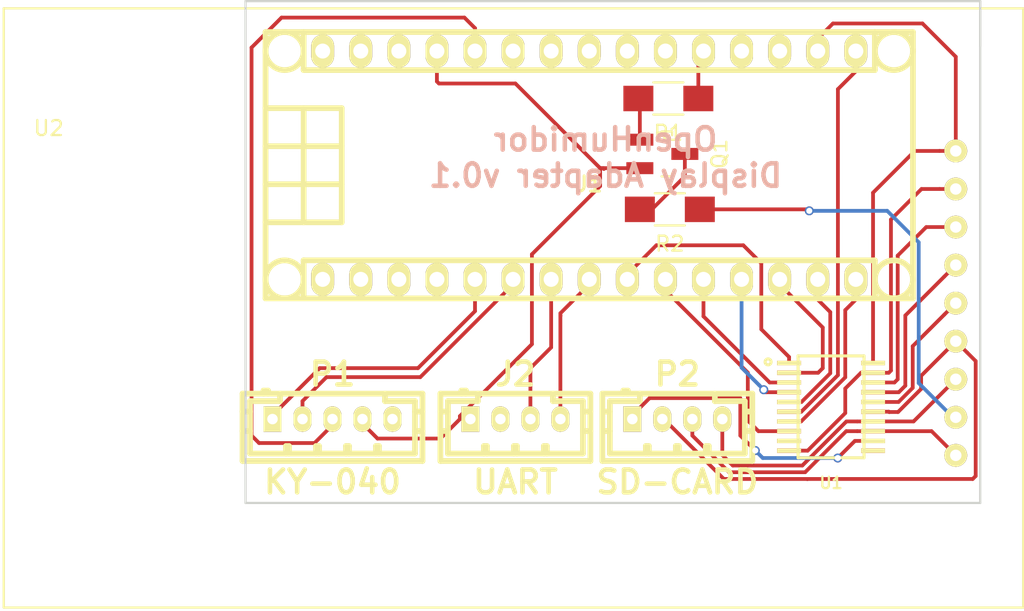
<source format=kicad_pcb>
(kicad_pcb (version 4) (host pcbnew 0.201603171416+6624~43~ubuntu14.04.1-product)

  (general
    (links 38)
    (no_connects 5)
    (area 114.4215 60.344999 183.146501 101.3515)
    (thickness 1.6)
    (drawings 6)
    (tracks 184)
    (zones 0)
    (modules 9)
    (nets 42)
  )

  (page A4)
  (layers
    (0 F.Cu signal)
    (31 B.Cu signal)
    (32 B.Adhes user)
    (33 F.Adhes user)
    (34 B.Paste user)
    (35 F.Paste user)
    (36 B.SilkS user)
    (37 F.SilkS user)
    (38 B.Mask user)
    (39 F.Mask user)
    (40 Dwgs.User user)
    (41 Cmts.User user)
    (42 Eco1.User user)
    (43 Eco2.User user)
    (44 Edge.Cuts user)
    (45 Margin user)
    (46 B.CrtYd user)
    (47 F.CrtYd user)
    (48 B.Fab user)
    (49 F.Fab user)
  )

  (setup
    (last_trace_width 0.25)
    (trace_clearance 0.2)
    (zone_clearance 0.508)
    (zone_45_only yes)
    (trace_min 0.2)
    (segment_width 0.2)
    (edge_width 0.15)
    (via_size 0.6)
    (via_drill 0.4)
    (via_min_size 0.4)
    (via_min_drill 0.3)
    (uvia_size 0.3)
    (uvia_drill 0.1)
    (uvias_allowed no)
    (uvia_min_size 0.2)
    (uvia_min_drill 0.1)
    (pcb_text_width 0.3)
    (pcb_text_size 1.5 1.5)
    (mod_edge_width 0.15)
    (mod_text_size 1 1)
    (mod_text_width 0.15)
    (pad_size 1.524 1.524)
    (pad_drill 0.762)
    (pad_to_mask_clearance 0.2)
    (aux_axis_origin 0 0)
    (grid_origin 115 100.92)
    (visible_elements FFFFFF7F)
    (pcbplotparams
      (layerselection 0x010f0_ffffffff)
      (usegerberextensions true)
      (excludeedgelayer true)
      (linewidth 0.100000)
      (plotframeref false)
      (viasonmask false)
      (mode 1)
      (useauxorigin false)
      (hpglpennumber 1)
      (hpglpenspeed 20)
      (hpglpendiameter 15)
      (psnegative false)
      (psa4output false)
      (plotreference true)
      (plotvalue true)
      (plotinvisibletext false)
      (padsonsilk false)
      (subtractmaskfromsilk false)
      (outputformat 1)
      (mirror false)
      (drillshape 0)
      (scaleselection 1)
      (outputdirectory gerber/))
  )

  (net 0 "")
  (net 1 "Net-(J1-Pad1)")
  (net 2 "Net-(J1-Pad2)")
  (net 3 "Net-(J1-Pad3)")
  (net 4 GND)
  (net 5 CLK)
  (net 6 DT)
  (net 7 UART_TX)
  (net 8 UART_RX)
  (net 9 T/R)
  (net 10 RESET_5)
  (net 11 DC_5)
  (net 12 MOSI_5)
  (net 13 MISO_5)
  (net 14 SCK_5)
  (net 15 +3V3)
  (net 16 "Net-(J1-Pad18)")
  (net 17 BUTTON)
  (net 18 "Net-(J1-Pad21)")
  (net 19 "Net-(J1-Pad22)")
  (net 20 "Net-(J1-Pad23)")
  (net 21 "Net-(J1-Pad24)")
  (net 22 "Net-(J1-Pad25)")
  (net 23 VCC)
  (net 24 "Net-(J1-Pad28)")
  (net 25 "Net-(J1-Pad30)")
  (net 26 MISO)
  (net 27 MOSI)
  (net 28 SCK)
  (net 29 DC)
  (net 30 RESET)
  (net 31 "Net-(U1-Pad9)")
  (net 32 "Net-(U1-Pad11)")
  (net 33 LED)
  (net 34 CS_SD_5)
  (net 35 CS_DIS_5)
  (net 36 LED_SW)
  (net 37 CS_SD)
  (net 38 "Net-(Q1-Pad2)")
  (net 39 "Net-(Q1-Pad3)")
  (net 40 CS_DIS)
  (net 41 "Net-(J1-Pad19)")

  (net_class Default "This is the default net class."
    (clearance 0.2)
    (trace_width 0.25)
    (via_dia 0.6)
    (via_drill 0.4)
    (uvia_dia 0.3)
    (uvia_drill 0.1)
    (add_net +3V3)
    (add_net BUTTON)
    (add_net CLK)
    (add_net CS_DIS)
    (add_net CS_DIS_5)
    (add_net CS_SD)
    (add_net CS_SD_5)
    (add_net DC)
    (add_net DC_5)
    (add_net DT)
    (add_net GND)
    (add_net LED)
    (add_net LED_SW)
    (add_net MISO)
    (add_net MISO_5)
    (add_net MOSI)
    (add_net MOSI_5)
    (add_net "Net-(J1-Pad1)")
    (add_net "Net-(J1-Pad18)")
    (add_net "Net-(J1-Pad19)")
    (add_net "Net-(J1-Pad2)")
    (add_net "Net-(J1-Pad21)")
    (add_net "Net-(J1-Pad22)")
    (add_net "Net-(J1-Pad23)")
    (add_net "Net-(J1-Pad24)")
    (add_net "Net-(J1-Pad25)")
    (add_net "Net-(J1-Pad28)")
    (add_net "Net-(J1-Pad3)")
    (add_net "Net-(J1-Pad30)")
    (add_net "Net-(Q1-Pad2)")
    (add_net "Net-(Q1-Pad3)")
    (add_net "Net-(U1-Pad11)")
    (add_net "Net-(U1-Pad9)")
    (add_net RESET)
    (add_net RESET_5)
    (add_net SCK)
    (add_net SCK_5)
    (add_net T/R)
    (add_net UART_RX)
    (add_net UART_TX)
    (add_net VCC)
  )

  (module w_conn_jst-ph:b4b-ph-kl (layer F.Cu) (tedit 50957E19) (tstamp 56D540F2)
    (at 159.8 88.32)
    (descr "JST PH series connector, B4B-PH-KL")
    (path /56CFFF64)
    (fp_text reference P2 (at 0 -2.99974) (layer F.SilkS)
      (effects (font (thickness 0.3048)))
    )
    (fp_text value SD-CARD (at 0 4.20116) (layer F.SilkS)
      (effects (font (thickness 0.3048)))
    )
    (fp_line (start 0.09906 1.80086) (end 0.09906 2.30124) (layer F.SilkS) (width 0.381))
    (fp_line (start -0.09906 1.80086) (end 0.09906 1.80086) (layer F.SilkS) (width 0.381))
    (fp_line (start -0.09906 2.30124) (end -0.09906 1.80086) (layer F.SilkS) (width 0.381))
    (fp_line (start -5.00126 2.79908) (end 5.00126 2.79908) (layer F.SilkS) (width 0.381))
    (fp_line (start 4.50088 2.30124) (end -4.50088 2.30124) (layer F.SilkS) (width 0.381))
    (fp_line (start -5.00126 -1.69926) (end 5.00126 -1.69926) (layer F.SilkS) (width 0.381))
    (fp_line (start -1.90246 1.80086) (end -1.90246 2.30124) (layer F.SilkS) (width 0.381))
    (fp_line (start -2.10058 1.80086) (end -1.90246 1.80086) (layer F.SilkS) (width 0.381))
    (fp_line (start -2.10058 2.30124) (end -2.10058 1.80086) (layer F.SilkS) (width 0.381))
    (fp_line (start 1.89992 2.30124) (end 1.89992 1.80086) (layer F.SilkS) (width 0.381))
    (fp_line (start 1.89992 1.80086) (end 2.09804 1.80086) (layer F.SilkS) (width 0.381))
    (fp_line (start 2.09804 1.80086) (end 2.09804 2.30124) (layer F.SilkS) (width 0.381))
    (fp_line (start 5.00126 -0.50038) (end 4.50088 -0.50038) (layer F.SilkS) (width 0.381))
    (fp_line (start 4.50088 0.8001) (end 5.00126 0.8001) (layer F.SilkS) (width 0.381))
    (fp_line (start -4.50088 0.8001) (end -5.00126 0.8001) (layer F.SilkS) (width 0.381))
    (fp_line (start -4.50088 -0.50038) (end -5.00126 -0.50038) (layer F.SilkS) (width 0.381))
    (fp_line (start -2.5019 -1.69926) (end -2.5019 -1.19888) (layer F.SilkS) (width 0.381))
    (fp_line (start -2.5019 -1.19888) (end -4.50088 -1.19888) (layer F.SilkS) (width 0.381))
    (fp_line (start -4.50088 -1.19888) (end -4.50088 2.30124) (layer F.SilkS) (width 0.381))
    (fp_line (start 4.50088 2.30124) (end 4.50088 -1.19888) (layer F.SilkS) (width 0.381))
    (fp_line (start 4.50088 -1.19888) (end 2.5019 -1.19888) (layer F.SilkS) (width 0.381))
    (fp_line (start 2.5019 -1.19888) (end 2.5019 -1.69926) (layer F.SilkS) (width 0.381))
    (fp_line (start -5.00126 -1.69926) (end -5.00126 2.79908) (layer F.SilkS) (width 0.381))
    (fp_line (start 5.00126 -1.69926) (end 5.00126 2.79908) (layer F.SilkS) (width 0.381))
    (fp_line (start -3.302 -1.69926) (end -3.302 -1.89992) (layer F.SilkS) (width 0.381))
    (fp_line (start -3.302 -1.89992) (end -3.60172 -1.89992) (layer F.SilkS) (width 0.381))
    (fp_line (start -3.60172 -1.89992) (end -3.60172 -1.69926) (layer F.SilkS) (width 0.381))
    (pad 1 thru_hole rect (at -3.00228 0) (size 1.19888 1.69926) (drill 0.70104) (layers *.Cu *.Mask F.SilkS)
      (net 37 CS_SD))
    (pad 3 thru_hole oval (at 1.00076 0) (size 1.19888 1.69926) (drill 0.70104) (layers *.Cu *.Mask F.SilkS)
      (net 26 MISO))
    (pad 2 thru_hole oval (at -1.00076 0) (size 1.19888 1.69926) (drill 0.70104) (layers *.Cu *.Mask F.SilkS)
      (net 27 MOSI))
    (pad 4 thru_hole oval (at 2.99974 0) (size 1.19888 1.69926) (drill 0.70104) (layers *.Cu *.Mask F.SilkS)
      (net 28 SCK))
    (model walter/conn_jst-ph/b4b-ph-kl.wrl
      (at (xyz 0 0 0))
      (scale (xyz 1 1 1))
      (rotate (xyz 0 0 0))
    )
  )

  (module ownprints:2_2inch_display locked (layer F.Cu) (tedit 56CA02D4) (tstamp 56CA0792)
    (at 114.8715 100.9015)
    (path /56C7711B)
    (fp_text reference U2 (at 3 -32) (layer F.SilkS)
      (effects (font (size 1 1) (thickness 0.15)))
    )
    (fp_text value 2.2_Inch_Display (at 7 -35) (layer F.Fab)
      (effects (font (size 1 1) (thickness 0.15)))
    )
    (fp_line (start 0 0) (end 68 0) (layer F.SilkS) (width 0.15))
    (fp_line (start 68 0) (end 68 -40) (layer F.SilkS) (width 0.15))
    (fp_line (start 68 -40) (end 0 -40) (layer F.SilkS) (width 0.15))
    (fp_line (start 0 -40) (end 0 0) (layer F.SilkS) (width 0.15))
    (pad 1 thru_hole circle (at 63.5 -30.48) (size 1.524 1.524) (drill 0.762) (layers *.Cu *.Mask F.SilkS)
      (net 15 +3V3))
    (pad 2 thru_hole circle (at 63.5 -27.94) (size 1.524 1.524) (drill 0.762) (layers *.Cu *.Mask F.SilkS)
      (net 4 GND))
    (pad 3 thru_hole circle (at 63.5 -25.4) (size 1.524 1.524) (drill 0.762) (layers *.Cu *.Mask F.SilkS)
      (net 40 CS_DIS))
    (pad 4 thru_hole circle (at 63.5 -22.86) (size 1.524 1.524) (drill 0.762) (layers *.Cu *.Mask F.SilkS)
      (net 30 RESET))
    (pad 5 thru_hole circle (at 63.5 -20.32) (size 1.524 1.524) (drill 0.762) (layers *.Cu *.Mask F.SilkS)
      (net 29 DC))
    (pad 6 thru_hole circle (at 63.5 -17.78) (size 1.524 1.524) (drill 0.762) (layers *.Cu *.Mask F.SilkS)
      (net 27 MOSI))
    (pad 7 thru_hole circle (at 63.5 -15.24) (size 1.524 1.524) (drill 0.762) (layers *.Cu *.Mask F.SilkS)
      (net 28 SCK))
    (pad 8 thru_hole circle (at 63.5 -12.7) (size 1.524 1.524) (drill 0.762) (layers *.Cu *.Mask F.SilkS)
      (net 33 LED))
    (pad 9 thru_hole circle (at 63.5 -10.16) (size 1.524 1.524) (drill 0.762) (layers *.Cu *.Mask F.SilkS)
      (net 26 MISO))
  )

  (module w_conn_jst-ph:b5b-ph-kl (layer F.Cu) (tedit 50957E70) (tstamp 56CA076D)
    (at 136.8 88.32)
    (descr "JST PH series connector, B5B-PH-KL")
    (path /56C77F1B)
    (fp_text reference P1 (at 0 -2.99974) (layer F.SilkS)
      (effects (font (thickness 0.3048)))
    )
    (fp_text value KY-040 (at 0 4.20116) (layer F.SilkS)
      (effects (font (thickness 0.3048)))
    )
    (fp_line (start 5.99948 -1.69926) (end -5.99948 -1.69926) (layer F.SilkS) (width 0.381))
    (fp_line (start -5.4991 2.30124) (end 5.4991 2.30124) (layer F.SilkS) (width 0.381))
    (fp_line (start 5.99948 2.79908) (end -5.99948 2.79908) (layer F.SilkS) (width 0.381))
    (fp_line (start 3.09626 1.80086) (end 3.09626 2.30124) (layer F.SilkS) (width 0.381))
    (fp_line (start 2.89814 1.80086) (end 3.09626 1.80086) (layer F.SilkS) (width 0.381))
    (fp_line (start 2.89814 2.30124) (end 2.89814 1.80086) (layer F.SilkS) (width 0.381))
    (fp_line (start -0.9017 1.80086) (end -0.9017 2.30124) (layer F.SilkS) (width 0.381))
    (fp_line (start -1.09982 1.80086) (end -0.9017 1.80086) (layer F.SilkS) (width 0.381))
    (fp_line (start -1.09982 2.30124) (end -1.09982 1.80086) (layer F.SilkS) (width 0.381))
    (fp_line (start -2.90322 1.80086) (end -2.90322 2.30124) (layer F.SilkS) (width 0.381))
    (fp_line (start -3.10134 1.80086) (end -2.90322 1.80086) (layer F.SilkS) (width 0.381))
    (fp_line (start -3.10134 2.30124) (end -3.10134 1.80086) (layer F.SilkS) (width 0.381))
    (fp_line (start 0.89916 2.30124) (end 0.89916 1.80086) (layer F.SilkS) (width 0.381))
    (fp_line (start 0.89916 1.80086) (end 1.09728 1.80086) (layer F.SilkS) (width 0.381))
    (fp_line (start 1.09728 1.80086) (end 1.09728 2.30124) (layer F.SilkS) (width 0.381))
    (fp_line (start 5.99948 -0.50038) (end 5.4991 -0.50038) (layer F.SilkS) (width 0.381))
    (fp_line (start 5.4991 0.8001) (end 5.99948 0.8001) (layer F.SilkS) (width 0.381))
    (fp_line (start -5.50164 0.8001) (end -6.00202 0.8001) (layer F.SilkS) (width 0.381))
    (fp_line (start -5.50164 -0.50038) (end -6.00202 -0.50038) (layer F.SilkS) (width 0.381))
    (fp_line (start -3.50266 -1.69926) (end -3.50266 -1.19888) (layer F.SilkS) (width 0.381))
    (fp_line (start -3.50266 -1.19888) (end -5.50164 -1.19888) (layer F.SilkS) (width 0.381))
    (fp_line (start -5.50164 -1.19888) (end -5.50164 2.30124) (layer F.SilkS) (width 0.381))
    (fp_line (start 5.4991 2.30124) (end 5.4991 -1.19888) (layer F.SilkS) (width 0.381))
    (fp_line (start 5.4991 -1.19888) (end 3.50012 -1.19888) (layer F.SilkS) (width 0.381))
    (fp_line (start 3.50012 -1.19888) (end 3.50012 -1.69926) (layer F.SilkS) (width 0.381))
    (fp_line (start -6.00202 -1.69926) (end -6.00202 2.79908) (layer F.SilkS) (width 0.381))
    (fp_line (start 5.99948 -1.69926) (end 5.99948 2.79908) (layer F.SilkS) (width 0.381))
    (fp_line (start -4.30276 -1.69926) (end -4.30276 -1.89992) (layer F.SilkS) (width 0.381))
    (fp_line (start -4.30276 -1.89992) (end -4.60248 -1.89992) (layer F.SilkS) (width 0.381))
    (fp_line (start -4.60248 -1.89992) (end -4.60248 -1.69926) (layer F.SilkS) (width 0.381))
    (pad 1 thru_hole rect (at -4.00304 0) (size 1.19888 1.69926) (drill 0.70104) (layers *.Cu *.Mask F.SilkS)
      (net 5 CLK))
    (pad 3 thru_hole oval (at 0 0) (size 1.19888 1.69926) (drill 0.70104) (layers *.Cu *.Mask F.SilkS)
      (net 17 BUTTON))
    (pad 2 thru_hole oval (at -2.00152 0) (size 1.19888 1.69926) (drill 0.70104) (layers *.Cu *.Mask F.SilkS)
      (net 6 DT))
    (pad 4 thru_hole oval (at 1.99898 0) (size 1.19888 1.69926) (drill 0.70104) (layers *.Cu *.Mask F.SilkS)
      (net 23 VCC))
    (pad 5 thru_hole oval (at 4.0005 0) (size 1.19888 1.69926) (drill 0.70104) (layers *.Cu *.Mask F.SilkS)
      (net 4 GND))
    (model walter/conn_jst-ph/b5b-ph-kl.wrl
      (at (xyz 0 0 0))
      (scale (xyz 1 1 1))
      (rotate (xyz 0 0 0))
    )
  )

  (module w_conn_misc:arduino_nano_header (layer F.Cu) (tedit 50D22E09) (tstamp 56CA075C)
    (at 153.924 71.374)
    (descr "Arduino Nano Header")
    (tags Arduino)
    (path /56C76C28)
    (fp_text reference J1 (at 0 1.27) (layer F.SilkS)
      (effects (font (size 1.016 1.016) (thickness 0.2032)))
    )
    (fp_text value Arduino_Nano_Header (at 0 -1.27) (layer F.SilkS) hide
      (effects (font (size 1.016 0.889) (thickness 0.2032)))
    )
    (fp_line (start -16.51 -1.27) (end -21.59 -1.27) (layer F.SilkS) (width 0.381))
    (fp_line (start -16.51 1.27) (end -21.59 1.27) (layer F.SilkS) (width 0.381))
    (fp_line (start -19.05 -3.81) (end -19.05 3.81) (layer F.SilkS) (width 0.381))
    (fp_line (start -21.59 -3.81) (end -16.51 -3.81) (layer F.SilkS) (width 0.381))
    (fp_line (start -16.51 -3.81) (end -16.51 3.81) (layer F.SilkS) (width 0.381))
    (fp_line (start -16.51 3.81) (end -21.59 3.81) (layer F.SilkS) (width 0.381))
    (fp_line (start 21.59 -8.89) (end -21.59 -8.89) (layer F.SilkS) (width 0.381))
    (fp_line (start -21.59 8.89) (end 21.59 8.89) (layer F.SilkS) (width 0.381))
    (fp_line (start -21.59 8.89) (end -21.59 -8.89) (layer F.SilkS) (width 0.381))
    (fp_line (start 21.59 8.89) (end 21.59 -8.89) (layer F.SilkS) (width 0.381))
    (fp_circle (center -20.32 -7.62) (end -21.59 -7.62) (layer F.SilkS) (width 0.381))
    (fp_circle (center -20.32 7.62) (end -21.59 7.62) (layer F.SilkS) (width 0.381))
    (fp_circle (center 20.32 -7.62) (end 21.59 -7.62) (layer F.SilkS) (width 0.381))
    (fp_circle (center 20.32 7.62) (end 21.59 7.62) (layer F.SilkS) (width 0.381))
    (fp_line (start 19.05 -6.35) (end -19.05 -6.35) (layer F.SilkS) (width 0.381))
    (fp_line (start -19.05 6.35) (end 19.05 6.35) (layer F.SilkS) (width 0.381))
    (fp_line (start 19.05 8.89) (end 19.05 6.35) (layer F.SilkS) (width 0.381))
    (fp_line (start 19.05 -6.35) (end 19.05 -8.89) (layer F.SilkS) (width 0.381))
    (fp_line (start -19.05 -8.89) (end -19.05 -6.35) (layer F.SilkS) (width 0.381))
    (fp_line (start -19.05 8.89) (end -19.05 6.35) (layer F.SilkS) (width 0.381))
    (pad 1 thru_hole oval (at -17.78 7.62) (size 1.524 2.19964) (drill 1.00076) (layers *.Cu *.Mask F.SilkS)
      (net 1 "Net-(J1-Pad1)"))
    (pad 2 thru_hole oval (at -15.24 7.62) (size 1.524 2.19964) (drill 1.00076) (layers *.Cu *.Mask F.SilkS)
      (net 2 "Net-(J1-Pad2)"))
    (pad 3 thru_hole oval (at -12.7 7.62) (size 1.524 2.19964) (drill 1.00076) (layers *.Cu *.Mask F.SilkS)
      (net 3 "Net-(J1-Pad3)"))
    (pad 4 thru_hole oval (at -10.16 7.62) (size 1.524 2.19964) (drill 1.00076) (layers *.Cu *.Mask F.SilkS)
      (net 4 GND))
    (pad 5 thru_hole oval (at -7.62 7.62) (size 1.524 2.19964) (drill 1.00076) (layers *.Cu *.Mask F.SilkS)
      (net 5 CLK))
    (pad 6 thru_hole oval (at -5.08 7.62) (size 1.524 2.19964) (drill 1.00076) (layers *.Cu *.Mask F.SilkS)
      (net 6 DT))
    (pad 7 thru_hole oval (at -2.54 7.62) (size 1.524 2.19964) (drill 1.00076) (layers *.Cu *.Mask F.SilkS)
      (net 8 UART_RX))
    (pad 8 thru_hole oval (at 0 7.62) (size 1.524 2.19964) (drill 1.00076) (layers *.Cu *.Mask F.SilkS)
      (net 7 UART_TX))
    (pad 9 thru_hole oval (at 2.54 7.62) (size 1.524 2.19964) (drill 1.00076) (layers *.Cu *.Mask F.SilkS)
      (net 9 T/R))
    (pad 10 thru_hole oval (at 5.08 7.62) (size 1.524 2.19964) (drill 1.00076) (layers *.Cu *.Mask F.SilkS)
      (net 34 CS_SD_5))
    (pad 11 thru_hole oval (at 7.62 7.62) (size 1.524 2.19964) (drill 1.00076) (layers *.Cu *.Mask F.SilkS)
      (net 10 RESET_5))
    (pad 12 thru_hole oval (at 10.16 7.62) (size 1.524 2.19964) (drill 1.00076) (layers *.Cu *.Mask F.SilkS)
      (net 11 DC_5))
    (pad 13 thru_hole oval (at 12.7 7.62) (size 1.524 2.19964) (drill 1.00076) (layers *.Cu *.Mask F.SilkS)
      (net 35 CS_DIS_5))
    (pad 14 thru_hole oval (at 15.24 7.62) (size 1.524 2.19964) (drill 1.00076) (layers *.Cu *.Mask F.SilkS)
      (net 12 MOSI_5))
    (pad 15 thru_hole oval (at 17.78 7.62) (size 1.524 2.19964) (drill 1.00076) (layers *.Cu *.Mask F.SilkS)
      (net 13 MISO_5))
    (pad 16 thru_hole oval (at 17.78 -7.62) (size 1.524 2.19964) (drill 1.00076) (layers *.Cu *.Mask F.SilkS)
      (net 14 SCK_5))
    (pad 17 thru_hole oval (at 15.24 -7.62) (size 1.524 2.19964) (drill 1.00076) (layers *.Cu *.Mask F.SilkS)
      (net 15 +3V3))
    (pad 18 thru_hole oval (at 12.7 -7.62) (size 1.524 2.19964) (drill 1.00076) (layers *.Cu *.Mask F.SilkS)
      (net 16 "Net-(J1-Pad18)"))
    (pad 19 thru_hole oval (at 10.16 -7.62) (size 1.524 2.19964) (drill 1.00076) (layers *.Cu *.Mask F.SilkS)
      (net 41 "Net-(J1-Pad19)"))
    (pad 20 thru_hole oval (at 7.62 -7.62) (size 1.524 2.1971) (drill 1.00076) (layers *.Cu *.Mask F.SilkS)
      (net 36 LED_SW))
    (pad 21 thru_hole oval (at 5.08 -7.62) (size 1.524 2.1971) (drill 1.00076) (layers *.Cu *.Mask F.SilkS)
      (net 18 "Net-(J1-Pad21)"))
    (pad 22 thru_hole oval (at 2.54 -7.62) (size 1.524 2.1971) (drill 1.00076) (layers *.Cu *.Mask F.SilkS)
      (net 19 "Net-(J1-Pad22)"))
    (pad 23 thru_hole oval (at 0 -7.62) (size 1.524 2.1971) (drill 1.00076) (layers *.Cu *.Mask F.SilkS)
      (net 20 "Net-(J1-Pad23)"))
    (pad 24 thru_hole oval (at -2.54 -7.62) (size 1.524 2.1971) (drill 0.99822) (layers *.Cu *.Mask F.SilkS)
      (net 21 "Net-(J1-Pad24)"))
    (pad 25 thru_hole oval (at -5.08 -7.62) (size 1.524 2.1971) (drill 0.99822) (layers *.Cu *.Mask F.SilkS)
      (net 22 "Net-(J1-Pad25)"))
    (pad 26 thru_hole oval (at -7.62 -7.62) (size 1.524 2.1971) (drill 0.99822) (layers *.Cu *.Mask F.SilkS)
      (net 17 BUTTON))
    (pad 27 thru_hole oval (at -10.16 -7.62) (size 1.524 2.1971) (drill 0.99822) (layers *.Cu *.Mask F.SilkS)
      (net 23 VCC))
    (pad 28 thru_hole oval (at -12.7 -7.62) (size 1.524 2.1971) (drill 0.99822) (layers *.Cu *.Mask F.SilkS)
      (net 24 "Net-(J1-Pad28)"))
    (pad 29 thru_hole oval (at -15.24 -7.62) (size 1.524 2.1971) (drill 0.99822) (layers *.Cu *.Mask F.SilkS)
      (net 4 GND))
    (pad 30 thru_hole oval (at -17.78 -7.62) (size 1.524 2.1971) (drill 0.99822) (layers *.Cu *.Mask F.SilkS)
      (net 25 "Net-(J1-Pad30)"))
    (model walter/conn_misc/arduino_nano_header.wrl
      (at (xyz 0 0 0))
      (scale (xyz 1 1 1))
      (rotate (xyz 0 0 0))
    )
  )

  (module w_conn_jst-ph:b4b-ph-kl (layer F.Cu) (tedit 50957E19) (tstamp 56CA0764)
    (at 148.99924 88.32)
    (descr "JST PH series connector, B4B-PH-KL")
    (path /56C76CB0)
    (fp_text reference J2 (at 0 -2.99974) (layer F.SilkS)
      (effects (font (thickness 0.3048)))
    )
    (fp_text value UART (at 0 4.20116) (layer F.SilkS)
      (effects (font (thickness 0.3048)))
    )
    (fp_line (start 0.09906 1.80086) (end 0.09906 2.30124) (layer F.SilkS) (width 0.381))
    (fp_line (start -0.09906 1.80086) (end 0.09906 1.80086) (layer F.SilkS) (width 0.381))
    (fp_line (start -0.09906 2.30124) (end -0.09906 1.80086) (layer F.SilkS) (width 0.381))
    (fp_line (start -5.00126 2.79908) (end 5.00126 2.79908) (layer F.SilkS) (width 0.381))
    (fp_line (start 4.50088 2.30124) (end -4.50088 2.30124) (layer F.SilkS) (width 0.381))
    (fp_line (start -5.00126 -1.69926) (end 5.00126 -1.69926) (layer F.SilkS) (width 0.381))
    (fp_line (start -1.90246 1.80086) (end -1.90246 2.30124) (layer F.SilkS) (width 0.381))
    (fp_line (start -2.10058 1.80086) (end -1.90246 1.80086) (layer F.SilkS) (width 0.381))
    (fp_line (start -2.10058 2.30124) (end -2.10058 1.80086) (layer F.SilkS) (width 0.381))
    (fp_line (start 1.89992 2.30124) (end 1.89992 1.80086) (layer F.SilkS) (width 0.381))
    (fp_line (start 1.89992 1.80086) (end 2.09804 1.80086) (layer F.SilkS) (width 0.381))
    (fp_line (start 2.09804 1.80086) (end 2.09804 2.30124) (layer F.SilkS) (width 0.381))
    (fp_line (start 5.00126 -0.50038) (end 4.50088 -0.50038) (layer F.SilkS) (width 0.381))
    (fp_line (start 4.50088 0.8001) (end 5.00126 0.8001) (layer F.SilkS) (width 0.381))
    (fp_line (start -4.50088 0.8001) (end -5.00126 0.8001) (layer F.SilkS) (width 0.381))
    (fp_line (start -4.50088 -0.50038) (end -5.00126 -0.50038) (layer F.SilkS) (width 0.381))
    (fp_line (start -2.5019 -1.69926) (end -2.5019 -1.19888) (layer F.SilkS) (width 0.381))
    (fp_line (start -2.5019 -1.19888) (end -4.50088 -1.19888) (layer F.SilkS) (width 0.381))
    (fp_line (start -4.50088 -1.19888) (end -4.50088 2.30124) (layer F.SilkS) (width 0.381))
    (fp_line (start 4.50088 2.30124) (end 4.50088 -1.19888) (layer F.SilkS) (width 0.381))
    (fp_line (start 4.50088 -1.19888) (end 2.5019 -1.19888) (layer F.SilkS) (width 0.381))
    (fp_line (start 2.5019 -1.19888) (end 2.5019 -1.69926) (layer F.SilkS) (width 0.381))
    (fp_line (start -5.00126 -1.69926) (end -5.00126 2.79908) (layer F.SilkS) (width 0.381))
    (fp_line (start 5.00126 -1.69926) (end 5.00126 2.79908) (layer F.SilkS) (width 0.381))
    (fp_line (start -3.302 -1.69926) (end -3.302 -1.89992) (layer F.SilkS) (width 0.381))
    (fp_line (start -3.302 -1.89992) (end -3.60172 -1.89992) (layer F.SilkS) (width 0.381))
    (fp_line (start -3.60172 -1.89992) (end -3.60172 -1.69926) (layer F.SilkS) (width 0.381))
    (pad 1 thru_hole rect (at -3.00228 0) (size 1.19888 1.69926) (drill 0.70104) (layers *.Cu *.Mask F.SilkS)
      (net 23 VCC))
    (pad 3 thru_hole oval (at 1.00076 0) (size 1.19888 1.69926) (drill 0.70104) (layers *.Cu *.Mask F.SilkS)
      (net 8 UART_RX))
    (pad 2 thru_hole oval (at -1.00076 0) (size 1.19888 1.69926) (drill 0.70104) (layers *.Cu *.Mask F.SilkS)
      (net 4 GND))
    (pad 4 thru_hole oval (at 2.99974 0) (size 1.19888 1.69926) (drill 0.70104) (layers *.Cu *.Mask F.SilkS)
      (net 7 UART_TX))
    (model walter/conn_jst-ph/b4b-ph-kl.wrl
      (at (xyz 0 0 0))
      (scale (xyz 1 1 1))
      (rotate (xyz 0 0 0))
    )
  )

  (module ownprints:TSSOP20 (layer F.Cu) (tedit 0) (tstamp 56CA0785)
    (at 170.053 87.503)
    (path /56C76BB7)
    (solder_mask_margin 0.0762)
    (solder_paste_margin -0.0254)
    (attr smd)
    (fp_text reference U1 (at 0 5.08) (layer F.SilkS)
      (effects (font (size 0.762 0.762) (thickness 0.1524)))
    )
    (fp_text value 74LVX245 (at 0 0) (layer F.SilkS) hide
      (effects (font (size 0.762 0.762) (thickness 0.1524)))
    )
    (fp_circle (center -4.2 -3) (end -4 -3) (layer F.SilkS) (width 0.2032))
    (fp_line (start -2.2 -3.4) (end -2.2 3.4) (layer F.SilkS) (width 0.2032))
    (fp_line (start -2.2 3.4) (end 2.2 3.4) (layer F.SilkS) (width 0.2032))
    (fp_line (start 2.2 3.4) (end 2.2 -3.4) (layer F.SilkS) (width 0.2032))
    (fp_line (start 2.2 -3.4) (end -2.2 -3.4) (layer F.SilkS) (width 0.2032))
    (pad 19 smd rect (at 2.8 -2.275) (size 1.6 0.3) (layers F.Cu F.Paste F.SilkS F.Mask)
      (net 4 GND))
    (pad 20 smd rect (at 2.8 -2.925) (size 1.6 0.3) (layers F.Cu F.Paste F.SilkS F.Mask)
      (net 15 +3V3))
    (pad 18 smd rect (at 2.8 -1.625) (size 1.6 0.3) (layers F.Cu F.Paste F.SilkS F.Mask)
      (net 40 CS_DIS))
    (pad 17 smd rect (at 2.8 -0.975) (size 1.6 0.3) (layers F.Cu F.Paste F.SilkS F.Mask)
      (net 30 RESET))
    (pad 16 smd rect (at 2.8 -0.325) (size 1.6 0.3) (layers F.Cu F.Paste F.SilkS F.Mask)
      (net 29 DC))
    (pad 15 smd rect (at 2.8 0.325) (size 1.6 0.3) (layers F.Cu F.Paste F.SilkS F.Mask)
      (net 27 MOSI))
    (pad 14 smd rect (at 2.8 0.975) (size 1.6 0.3) (layers F.Cu F.Paste F.SilkS F.Mask)
      (net 28 SCK))
    (pad 13 smd rect (at 2.8 1.625) (size 1.6 0.3) (layers F.Cu F.Paste F.SilkS F.Mask)
      (net 26 MISO))
    (pad 10 smd rect (at -2.8 2.925) (size 1.6 0.3) (layers F.Cu F.Paste F.SilkS F.Mask)
      (net 4 GND))
    (pad 9 smd rect (at -2.8 2.275) (size 1.6 0.3) (layers F.Cu F.Paste F.SilkS F.Mask)
      (net 31 "Net-(U1-Pad9)"))
    (pad 8 smd rect (at -2.8 1.625) (size 1.6 0.3) (layers F.Cu F.Paste F.SilkS F.Mask)
      (net 34 CS_SD_5))
    (pad 7 smd rect (at -2.8 0.975) (size 1.6 0.3) (layers F.Cu F.Paste F.SilkS F.Mask)
      (net 13 MISO_5))
    (pad 1 smd rect (at -2.8 -2.925) (size 1.6 0.3) (layers F.Cu F.Paste F.SilkS F.Mask)
      (net 9 T/R))
    (pad 2 smd rect (at -2.8 -2.275) (size 1.6 0.3) (layers F.Cu F.Paste F.SilkS F.Mask)
      (net 35 CS_DIS_5))
    (pad 3 smd rect (at -2.8 -1.625) (size 1.6 0.3) (layers F.Cu F.Paste F.SilkS F.Mask)
      (net 10 RESET_5))
    (pad 4 smd rect (at -2.8 -0.975) (size 1.6 0.3) (layers F.Cu F.Paste F.SilkS F.Mask)
      (net 11 DC_5))
    (pad 5 smd rect (at -2.8 -0.325) (size 1.6 0.3) (layers F.Cu F.Paste F.SilkS F.Mask)
      (net 12 MOSI_5))
    (pad 6 smd rect (at -2.8 0.325) (size 1.6 0.3) (layers F.Cu F.Paste F.SilkS F.Mask)
      (net 14 SCK_5))
    (pad 12 smd rect (at 2.8 2.275) (size 1.6 0.3) (layers F.Cu F.Paste F.SilkS F.Mask)
      (net 37 CS_SD))
    (pad 11 smd rect (at 2.8 2.925) (size 1.6 0.3) (layers F.Cu F.Paste F.SilkS F.Mask)
      (net 32 "Net-(U1-Pad11)"))
  )

  (module ownprints:R_1206_HandSoldering (layer F.Cu) (tedit 5418A20D) (tstamp 56CFFD7D)
    (at 159.2 66.92 180)
    (descr "Resistor SMD 1206, hand soldering")
    (tags "resistor 1206")
    (path /56D008DD)
    (attr smd)
    (fp_text reference R1 (at 0 -2.3 180) (layer F.SilkS)
      (effects (font (size 1 1) (thickness 0.15)))
    )
    (fp_text value 1k (at 0 2.3 180) (layer F.Fab)
      (effects (font (size 1 1) (thickness 0.15)))
    )
    (fp_line (start -3.3 -1.2) (end 3.3 -1.2) (layer F.CrtYd) (width 0.05))
    (fp_line (start -3.3 1.2) (end 3.3 1.2) (layer F.CrtYd) (width 0.05))
    (fp_line (start -3.3 -1.2) (end -3.3 1.2) (layer F.CrtYd) (width 0.05))
    (fp_line (start 3.3 -1.2) (end 3.3 1.2) (layer F.CrtYd) (width 0.05))
    (fp_line (start 1 1.075) (end -1 1.075) (layer F.SilkS) (width 0.15))
    (fp_line (start -1 -1.075) (end 1 -1.075) (layer F.SilkS) (width 0.15))
    (pad 1 smd rect (at -2 0 180) (size 2 1.7) (layers F.Cu F.Paste F.Mask)
      (net 36 LED_SW))
    (pad 2 smd rect (at 2 0 180) (size 2 1.7) (layers F.Cu F.Paste F.Mask)
      (net 38 "Net-(Q1-Pad2)"))
    (model Resistors_SMD.3dshapes/R_1206_HandSoldering.wrl
      (at (xyz 0 0 0))
      (scale (xyz 1 1 1))
      (rotate (xyz 0 0 0))
    )
  )

  (module ownprints:R_1206_HandSoldering (layer F.Cu) (tedit 5418A20D) (tstamp 56CFFD83)
    (at 159.3 74.32 180)
    (descr "Resistor SMD 1206, hand soldering")
    (tags "resistor 1206")
    (path /56D00BCD)
    (attr smd)
    (fp_text reference R2 (at 0 -2.3 180) (layer F.SilkS)
      (effects (font (size 1 1) (thickness 0.15)))
    )
    (fp_text value 20 (at 0 2.3 180) (layer F.Fab)
      (effects (font (size 1 1) (thickness 0.15)))
    )
    (fp_line (start -3.3 -1.2) (end 3.3 -1.2) (layer F.CrtYd) (width 0.05))
    (fp_line (start -3.3 1.2) (end 3.3 1.2) (layer F.CrtYd) (width 0.05))
    (fp_line (start -3.3 -1.2) (end -3.3 1.2) (layer F.CrtYd) (width 0.05))
    (fp_line (start 3.3 -1.2) (end 3.3 1.2) (layer F.CrtYd) (width 0.05))
    (fp_line (start 1 1.075) (end -1 1.075) (layer F.SilkS) (width 0.15))
    (fp_line (start -1 -1.075) (end 1 -1.075) (layer F.SilkS) (width 0.15))
    (pad 1 smd rect (at -2 0 180) (size 2 1.7) (layers F.Cu F.Paste F.Mask)
      (net 33 LED))
    (pad 2 smd rect (at 2 0 180) (size 2 1.7) (layers F.Cu F.Paste F.Mask)
      (net 39 "Net-(Q1-Pad3)"))
    (model Resistors_SMD.3dshapes/R_1206_HandSoldering.wrl
      (at (xyz 0 0 0))
      (scale (xyz 1 1 1))
      (rotate (xyz 0 0 0))
    )
  )

  (module ownprints:SOT-23_Handsoldering (layer F.Cu) (tedit 56D5409C) (tstamp 56D541A3)
    (at 158.8 70.62 270)
    (descr "SOT-23, Handsoldering")
    (tags SOT-23)
    (path /56CFFE10)
    (attr smd)
    (fp_text reference Q1 (at 0 -3.81 270) (layer F.SilkS)
      (effects (font (size 1 1) (thickness 0.15)))
    )
    (fp_text value Q_PMOS_DGS (at 0 3.81 270) (layer F.Fab)
      (effects (font (size 1 1) (thickness 0.15)))
    )
    (fp_line (start -1.49982 0.0508) (end -1.49982 -0.65024) (layer F.SilkS) (width 0.15))
    (fp_line (start -1.49982 -0.65024) (end -1.2509 -0.65024) (layer F.SilkS) (width 0.15))
    (fp_line (start 1.29916 -0.65024) (end 1.49982 -0.65024) (layer F.SilkS) (width 0.15))
    (fp_line (start 1.49982 -0.65024) (end 1.49982 0.0508) (layer F.SilkS) (width 0.15))
    (pad 2 smd rect (at -0.95 1.50114 270) (size 0.8001 1.80086) (layers F.Cu F.Paste F.Mask)
      (net 38 "Net-(Q1-Pad2)"))
    (pad 1 smd rect (at 0.95 1.50114 270) (size 0.8001 1.80086) (layers F.Cu F.Paste F.Mask)
      (net 23 VCC))
    (pad 3 smd rect (at 0 -1.50114 270) (size 0.8001 1.80086) (layers F.Cu F.Paste F.Mask)
      (net 39 "Net-(Q1-Pad3)"))
    (model Housings_SOT-23_SOT-143_TSOT-6.3dshapes/SOT-23_Handsoldering.wrl
      (at (xyz 0 0 0))
      (scale (xyz 1 1 1))
      (rotate (xyz 0 0 0))
    )
  )

  (gr_line (start 180 60.42) (end 180 63.42) (angle 90) (layer Edge.Cuts) (width 0.15))
  (gr_line (start 131 60.42) (end 180 60.42) (angle 90) (layer Edge.Cuts) (width 0.15))
  (gr_line (start 131 93.92) (end 131 60.42) (angle 90) (layer Edge.Cuts) (width 0.15))
  (gr_line (start 180 93.92) (end 131 93.92) (angle 90) (layer Edge.Cuts) (width 0.15))
  (gr_line (start 180 60.42) (end 180 93.92) (angle 90) (layer Edge.Cuts) (width 0.15))
  (gr_text "OpenHumidor\nDisplay Adapter v0.1" (at 155.01 70.86) (layer B.SilkS)
    (effects (font (size 1.5 1.5) (thickness 0.3)) (justify mirror))
  )

  (segment (start 167.253 90.428) (end 168.492 90.428) (width 0.25) (layer F.Cu) (net 4))
  (segment (start 168.492 90.428) (end 171 87.92) (width 0.25) (layer F.Cu) (net 4))
  (segment (start 171 87.92) (end 171 86.28) (width 0.25) (layer F.Cu) (net 4))
  (segment (start 171 86.28) (end 172.052 85.228) (width 0.25) (layer F.Cu) (net 4))
  (segment (start 172.052 85.228) (end 172.853 85.228) (width 0.25) (layer F.Cu) (net 4))
  (segment (start 177.29387 72.9615) (end 178.3715 72.9615) (width 0.25) (layer F.Cu) (net 4))
  (segment (start 176.0855 72.9615) (end 177.29387 72.9615) (width 0.25) (layer F.Cu) (net 4))
  (segment (start 173.903 85.228) (end 174.047989 85.083011) (width 0.25) (layer F.Cu) (net 4))
  (segment (start 174.047989 74.999011) (end 176.0855 72.9615) (width 0.25) (layer F.Cu) (net 4))
  (segment (start 174.047989 85.083011) (end 174.047989 74.999011) (width 0.25) (layer F.Cu) (net 4))
  (segment (start 172.853 85.228) (end 173.903 85.228) (width 0.25) (layer F.Cu) (net 4))
  (segment (start 132.79696 88.32) (end 132.79696 88.06981) (width 0.25) (layer F.Cu) (net 5))
  (segment (start 132.79696 88.06981) (end 135.94677 84.92) (width 0.25) (layer F.Cu) (net 5))
  (segment (start 146.304 81.116) (end 146.304 78.994) (width 0.25) (layer F.Cu) (net 5))
  (segment (start 135.94677 84.92) (end 142.5 84.92) (width 0.25) (layer F.Cu) (net 5))
  (segment (start 142.5 84.92) (end 146.304 81.116) (width 0.25) (layer F.Cu) (net 5))
  (segment (start 134.79848 88.32) (end 134.79848 87.12152) (width 0.25) (layer F.Cu) (net 6))
  (segment (start 134.79848 87.12152) (end 136.4 85.52) (width 0.25) (layer F.Cu) (net 6))
  (segment (start 136.4 85.52) (end 142.65582 85.52) (width 0.25) (layer F.Cu) (net 6))
  (segment (start 142.65582 85.52) (end 148.844 79.33182) (width 0.25) (layer F.Cu) (net 6))
  (segment (start 148.844 79.33182) (end 148.844 78.994) (width 0.25) (layer F.Cu) (net 6))
  (segment (start 151.99898 88.32) (end 151.99898 81.42102) (width 0.25) (layer F.Cu) (net 7))
  (segment (start 152 81.25582) (end 153.924 79.33182) (width 0.25) (layer F.Cu) (net 7))
  (segment (start 151.99898 81.42102) (end 152 81.42) (width 0.25) (layer F.Cu) (net 7))
  (segment (start 152 81.42) (end 152 81.25582) (width 0.25) (layer F.Cu) (net 7))
  (segment (start 153.924 79.33182) (end 153.924 78.994) (width 0.25) (layer F.Cu) (net 7))
  (segment (start 151.384 78.994) (end 151.384 83.536) (width 0.25) (layer F.Cu) (net 8))
  (segment (start 151.384 83.536) (end 150 84.92) (width 0.25) (layer F.Cu) (net 8))
  (segment (start 150 84.92) (end 150 88.32) (width 0.25) (layer F.Cu) (net 8))
  (segment (start 151.384 78.994) (end 151.384 79.374) (width 0.25) (layer F.Cu) (net 8))
  (segment (start 165.4 77.92) (end 165.4 82.325) (width 0.25) (layer F.Cu) (net 9))
  (segment (start 164.2 76.72) (end 165.4 77.92) (width 0.25) (layer F.Cu) (net 9))
  (segment (start 167.253 84.178) (end 167.253 84.578) (width 0.25) (layer F.Cu) (net 9))
  (segment (start 156.464 78.994) (end 156.464 78.65618) (width 0.25) (layer F.Cu) (net 9))
  (segment (start 156.464 78.65618) (end 158.40018 76.72) (width 0.25) (layer F.Cu) (net 9))
  (segment (start 158.40018 76.72) (end 164.2 76.72) (width 0.25) (layer F.Cu) (net 9))
  (segment (start 165.4 82.325) (end 167.253 84.178) (width 0.25) (layer F.Cu) (net 9))
  (segment (start 156.464 79.33182) (end 156.464 78.994) (width 0.25) (layer F.Cu) (net 9))
  (segment (start 167.253 84.578) (end 166.603 84.578) (width 0.25) (layer F.Cu) (net 9))
  (segment (start 167.253 85.878) (end 165.958 85.878) (width 0.25) (layer F.Cu) (net 10))
  (segment (start 165.958 85.878) (end 161.544 81.464) (width 0.25) (layer F.Cu) (net 10))
  (segment (start 161.544 81.464) (end 161.544 78.994) (width 0.25) (layer F.Cu) (net 10))
  (segment (start 165.264613 86.063692) (end 165.564612 86.363691) (width 0.25) (layer B.Cu) (net 11))
  (segment (start 164.084 84.883079) (end 165.264613 86.063692) (width 0.25) (layer B.Cu) (net 11))
  (segment (start 165.728921 86.528) (end 165.564612 86.363691) (width 0.25) (layer F.Cu) (net 11))
  (segment (start 167.253 86.528) (end 165.728921 86.528) (width 0.25) (layer F.Cu) (net 11))
  (segment (start 164.084 78.994) (end 164.084 84.883079) (width 0.25) (layer B.Cu) (net 11))
  (via (at 165.564612 86.363691) (size 0.6) (drill 0.4) (layers F.Cu B.Cu) (net 11))
  (segment (start 167.253 87.178) (end 168.082768 87.178) (width 0.25) (layer F.Cu) (net 12))
  (segment (start 168.082768 87.178) (end 170 85.260768) (width 0.25) (layer F.Cu) (net 12))
  (segment (start 169.164 80.34382) (end 169.164 78.994) (width 0.25) (layer F.Cu) (net 12))
  (segment (start 170 85.260768) (end 170 81.17982) (width 0.25) (layer F.Cu) (net 12))
  (segment (start 170 81.17982) (end 169.164 80.34382) (width 0.25) (layer F.Cu) (net 12))
  (segment (start 167.253 88.478) (end 168.055589 88.478) (width 0.25) (layer F.Cu) (net 13))
  (segment (start 168.055589 88.478) (end 171 85.533589) (width 0.25) (layer F.Cu) (net 13))
  (segment (start 171 85.533589) (end 171 81.04782) (width 0.25) (layer F.Cu) (net 13))
  (segment (start 171 81.04782) (end 171.704 80.34382) (width 0.25) (layer F.Cu) (net 13))
  (segment (start 171.704 80.34382) (end 171.704 78.994) (width 0.25) (layer F.Cu) (net 13))
  (segment (start 170.51 66.29782) (end 171.704 65.10382) (width 0.25) (layer F.Cu) (net 14))
  (segment (start 168.06918 87.828) (end 170.51 85.38718) (width 0.25) (layer F.Cu) (net 14))
  (segment (start 170.51 85.38718) (end 170.51 66.29782) (width 0.25) (layer F.Cu) (net 14))
  (segment (start 167.253 87.828) (end 168.06918 87.828) (width 0.25) (layer F.Cu) (net 14))
  (segment (start 171.704 65.10382) (end 171.704 63.754) (width 0.25) (layer F.Cu) (net 14))
  (segment (start 177.29387 70.4215) (end 178.3715 70.4215) (width 0.25) (layer F.Cu) (net 15))
  (segment (start 172.853 73.2095) (end 175.641 70.4215) (width 0.25) (layer F.Cu) (net 15))
  (segment (start 175.641 70.4215) (end 177.29387 70.4215) (width 0.25) (layer F.Cu) (net 15))
  (segment (start 172.853 84.578) (end 172.853 73.2095) (width 0.25) (layer F.Cu) (net 15))
  (segment (start 169.164 63.754) (end 169.164 62.9285) (width 0.25) (layer F.Cu) (net 15))
  (segment (start 169.164 62.9285) (end 170.18 61.9125) (width 0.25) (layer F.Cu) (net 15) (tstamp 56CA081F))
  (segment (start 170.18 61.9125) (end 176.149 61.9125) (width 0.25) (layer F.Cu) (net 15) (tstamp 56CA0820))
  (segment (start 176.149 61.9125) (end 178.3715 64.135) (width 0.25) (layer F.Cu) (net 15) (tstamp 56CA0822))
  (segment (start 178.3715 64.135) (end 178.3715 70.4215) (width 0.25) (layer F.Cu) (net 15) (tstamp 56CA0824))
  (segment (start 136.8 88.32) (end 136.8 88.72) (width 0.25) (layer F.Cu) (net 17))
  (segment (start 136.8 88.72) (end 135.6 89.92) (width 0.25) (layer F.Cu) (net 17) (tstamp 56D54369))
  (segment (start 135.6 89.92) (end 131.9 89.92) (width 0.25) (layer F.Cu) (net 17) (tstamp 56D5436C))
  (segment (start 131.9 89.92) (end 131.4 89.42) (width 0.25) (layer F.Cu) (net 17) (tstamp 56D5436E))
  (segment (start 131.4 89.42) (end 131.4 63.52) (width 0.25) (layer F.Cu) (net 17) (tstamp 56D5436F))
  (segment (start 131.4 63.52) (end 133.4 61.52) (width 0.25) (layer F.Cu) (net 17) (tstamp 56D54370))
  (segment (start 133.4 61.52) (end 145.6 61.52) (width 0.25) (layer F.Cu) (net 17) (tstamp 56D54378))
  (segment (start 145.6 61.52) (end 146.304 62.224) (width 0.25) (layer F.Cu) (net 17) (tstamp 56D5437A))
  (segment (start 146.304 62.224) (end 146.304 63.754) (width 0.25) (layer F.Cu) (net 17) (tstamp 56D5437B))
  (segment (start 154.65 71.57) (end 149 65.92) (width 0.25) (layer F.Cu) (net 23))
  (segment (start 149 65.92) (end 143.9 65.92) (width 0.25) (layer F.Cu) (net 23))
  (segment (start 143.9 65.92) (end 143.764 65.784) (width 0.25) (layer F.Cu) (net 23))
  (segment (start 143.764 65.784) (end 143.764 63.754) (width 0.25) (layer F.Cu) (net 23))
  (segment (start 145.29772 88.32) (end 145.29772 88.12228) (width 0.25) (layer F.Cu) (net 23))
  (segment (start 145.29772 88.12228) (end 150.1 83.32) (width 0.25) (layer F.Cu) (net 23))
  (segment (start 154.65 72.77) (end 154.65 71.57) (width 0.25) (layer F.Cu) (net 23))
  (segment (start 150.1 83.32) (end 150.1 77.32) (width 0.25) (layer F.Cu) (net 23))
  (segment (start 150.1 77.32) (end 154.65 72.77) (width 0.25) (layer F.Cu) (net 23))
  (segment (start 138.79898 88.32) (end 138.79898 88.61898) (width 0.25) (layer F.Cu) (net 23))
  (segment (start 138.79898 88.61898) (end 139.8 89.62) (width 0.25) (layer F.Cu) (net 23) (tstamp 56D542EF))
  (segment (start 139.8 89.62) (end 143.99772 89.62) (width 0.25) (layer F.Cu) (net 23) (tstamp 56D542F2))
  (segment (start 143.99772 89.62) (end 145.29772 88.32) (width 0.25) (layer F.Cu) (net 23) (tstamp 56D542F4))
  (segment (start 154.65 71.57) (end 154.85 71.57) (width 0.25) (layer F.Cu) (net 23) (tstamp 56D542E8))
  (segment (start 154.85 71.57) (end 154.9 71.62) (width 0.25) (layer F.Cu) (net 23) (tstamp 56D542E9))
  (segment (start 154.9 71.62) (end 154.9 71.57) (width 0.25) (layer F.Cu) (net 23) (tstamp 56D542EA))
  (segment (start 157.29886 71.57) (end 154.9 71.57) (width 0.25) (layer F.Cu) (net 23))
  (segment (start 154.9 71.57) (end 154.65 71.57) (width 0.25) (layer F.Cu) (net 23) (tstamp 56D542EB))
  (segment (start 171.064821 89.128) (end 171.803 89.128) (width 0.25) (layer F.Cu) (net 26))
  (segment (start 168.32281 91.870011) (end 171.064821 89.128) (width 0.25) (layer F.Cu) (net 26))
  (segment (start 160.80076 89.41963) (end 163.251141 91.870011) (width 0.25) (layer F.Cu) (net 26))
  (segment (start 163.251141 91.870011) (end 168.32281 91.870011) (width 0.25) (layer F.Cu) (net 26))
  (segment (start 160.80076 88.32) (end 160.80076 89.41963) (width 0.25) (layer F.Cu) (net 26))
  (segment (start 171.803 89.128) (end 172.853 89.128) (width 0.25) (layer F.Cu) (net 26))
  (segment (start 172.853 89.128) (end 176.758 89.128) (width 0.25) (layer F.Cu) (net 26))
  (segment (start 176.758 89.128) (end 178.3715 90.7415) (width 0.25) (layer F.Cu) (net 26))
  (segment (start 158.79924 88.32) (end 158.9 88.32) (width 0.25) (layer F.Cu) (net 27))
  (segment (start 158.9 88.32) (end 162.900022 92.320022) (width 0.25) (layer F.Cu) (net 27))
  (segment (start 162.900022 92.320022) (end 168.4728 92.320022) (width 0.25) (layer F.Cu) (net 27))
  (segment (start 168.4728 92.320022) (end 168.472822 92.32) (width 0.25) (layer F.Cu) (net 27))
  (segment (start 168.472822 92.32) (end 179.5 92.32) (width 0.25) (layer F.Cu) (net 27))
  (segment (start 179.5 92.32) (end 179.7 92.12) (width 0.25) (layer F.Cu) (net 27))
  (segment (start 179.7 92.12) (end 179.7 84.45) (width 0.25) (layer F.Cu) (net 27))
  (segment (start 179.7 84.45) (end 179.133499 83.883499) (width 0.25) (layer F.Cu) (net 27))
  (segment (start 179.133499 83.883499) (end 178.3715 83.1215) (width 0.25) (layer F.Cu) (net 27))
  (segment (start 176.05 85.423) (end 176.07 85.423) (width 0.25) (layer F.Cu) (net 27))
  (segment (start 176.07 85.423) (end 178.3715 83.1215) (width 0.25) (layer F.Cu) (net 27))
  (segment (start 176.06 86.31) (end 176.06 85.433) (width 0.25) (layer F.Cu) (net 27))
  (segment (start 176.06 85.433) (end 176.05 85.423) (width 0.25) (layer F.Cu) (net 27))
  (segment (start 174.52 87.85) (end 176.06 86.31) (width 0.25) (layer F.Cu) (net 27))
  (segment (start 173.925 87.85) (end 174.52 87.85) (width 0.25) (layer F.Cu) (net 27))
  (segment (start 172.853 87.828) (end 173.903 87.828) (width 0.25) (layer F.Cu) (net 27))
  (segment (start 173.903 87.828) (end 173.925 87.85) (width 0.25) (layer F.Cu) (net 27))
  (segment (start 171.803 88.478) (end 172.853 88.478) (width 0.25) (layer F.Cu) (net 28))
  (segment (start 163.5 91.42) (end 168.13641 91.42) (width 0.25) (layer F.Cu) (net 28))
  (segment (start 162.79974 88.32) (end 162.79974 90.71974) (width 0.25) (layer F.Cu) (net 28))
  (segment (start 162.79974 90.71974) (end 163.5 91.42) (width 0.25) (layer F.Cu) (net 28))
  (segment (start 171.07841 88.478) (end 171.803 88.478) (width 0.25) (layer F.Cu) (net 28))
  (segment (start 168.13641 91.42) (end 171.07841 88.478) (width 0.25) (layer F.Cu) (net 28))
  (segment (start 172.853 88.478) (end 175.555 88.478) (width 0.25) (layer F.Cu) (net 28))
  (segment (start 175.555 88.478) (end 178.3715 85.6615) (width 0.25) (layer F.Cu) (net 28))
  (segment (start 177.609501 81.343499) (end 178.3715 80.5815) (width 0.25) (layer F.Cu) (net 29))
  (segment (start 175.5 83.453) (end 177.609501 81.343499) (width 0.25) (layer F.Cu) (net 29))
  (segment (start 175.5 86.23359) (end 175.5 83.453) (width 0.25) (layer F.Cu) (net 29))
  (segment (start 172.853 87.178) (end 174.55559 87.178) (width 0.25) (layer F.Cu) (net 29))
  (segment (start 174.55559 87.178) (end 175.5 86.23359) (width 0.25) (layer F.Cu) (net 29))
  (segment (start 172.853 86.528) (end 174.56918 86.528) (width 0.25) (layer F.Cu) (net 30))
  (segment (start 175.006 86.09118) (end 175.006 81.407) (width 0.25) (layer F.Cu) (net 30))
  (segment (start 177.609501 78.803499) (end 178.3715 78.0415) (width 0.25) (layer F.Cu) (net 30))
  (segment (start 175.006 81.407) (end 177.609501 78.803499) (width 0.25) (layer F.Cu) (net 30))
  (segment (start 174.56918 86.528) (end 175.006 86.09118) (width 0.25) (layer F.Cu) (net 30))
  (segment (start 178.3715 88.2015) (end 178.1815 88.2015) (width 0.25) (layer B.Cu) (net 33))
  (segment (start 178.1815 88.2015) (end 175.9 85.92) (width 0.25) (layer B.Cu) (net 33) (tstamp 56D542C1))
  (segment (start 175.9 85.92) (end 175.9 76.52) (width 0.25) (layer B.Cu) (net 33) (tstamp 56D542C2))
  (segment (start 175.9 76.52) (end 173.8 74.42) (width 0.25) (layer B.Cu) (net 33) (tstamp 56D542C5))
  (segment (start 173.8 74.42) (end 168.6 74.42) (width 0.25) (layer B.Cu) (net 33) (tstamp 56D542C7))
  (via (at 168.6 74.42) (size 0.6) (drill 0.4) (layers F.Cu B.Cu) (net 33))
  (segment (start 168.6 74.42) (end 168.5 74.32) (width 0.25) (layer F.Cu) (net 33) (tstamp 56D542CA))
  (segment (start 168.5 74.32) (end 161.3 74.32) (width 0.25) (layer F.Cu) (net 33) (tstamp 56D542CB))
  (segment (start 167.253 89.128) (end 165.208 89.128) (width 0.25) (layer F.Cu) (net 34))
  (segment (start 164.5 85.22) (end 159.004 79.724) (width 0.25) (layer F.Cu) (net 34))
  (segment (start 165.208 89.128) (end 164.5 88.42) (width 0.25) (layer F.Cu) (net 34))
  (segment (start 164.5 88.42) (end 164.5 85.22) (width 0.25) (layer F.Cu) (net 34))
  (segment (start 159.004 79.724) (end 159.004 78.994) (width 0.25) (layer F.Cu) (net 34))
  (segment (start 167.253 85.228) (end 169.192 85.228) (width 0.25) (layer F.Cu) (net 35))
  (segment (start 166.624 79.33182) (end 166.624 78.994) (width 0.25) (layer F.Cu) (net 35))
  (segment (start 169.192 85.228) (end 169.5 84.92) (width 0.25) (layer F.Cu) (net 35))
  (segment (start 169.5 84.92) (end 169.5 82.20782) (width 0.25) (layer F.Cu) (net 35))
  (segment (start 169.5 82.20782) (end 166.624 79.33182) (width 0.25) (layer F.Cu) (net 35))
  (segment (start 161.2 66.92) (end 161.2 64.098) (width 0.25) (layer F.Cu) (net 36))
  (segment (start 161.2 64.098) (end 161.544 63.754) (width 0.25) (layer F.Cu) (net 36) (tstamp 56D54204))
  (segment (start 156.79772 88.32) (end 156.79772 88.06981) (width 0.25) (layer F.Cu) (net 37))
  (segment (start 156.79772 88.06981) (end 157.94753 86.92) (width 0.25) (layer F.Cu) (net 37))
  (segment (start 164 89.42) (end 165 90.42) (width 0.25) (layer F.Cu) (net 37))
  (segment (start 157.94753 86.92) (end 164 86.92) (width 0.25) (layer F.Cu) (net 37))
  (segment (start 164 86.92) (end 164 89.42) (width 0.25) (layer F.Cu) (net 37))
  (segment (start 170.5 90.92) (end 171.642 89.778) (width 0.25) (layer F.Cu) (net 37))
  (segment (start 171.642 89.778) (end 172.853 89.778) (width 0.25) (layer F.Cu) (net 37))
  (segment (start 165 90.42) (end 165.5 90.92) (width 0.25) (layer B.Cu) (net 37))
  (segment (start 165.5 90.92) (end 170.5 90.92) (width 0.25) (layer B.Cu) (net 37))
  (via (at 170.5 90.92) (size 0.6) (drill 0.4) (layers F.Cu B.Cu) (net 37))
  (via (at 165 90.42) (size 0.6) (drill 0.4) (layers F.Cu B.Cu) (net 37))
  (segment (start 156.79772 88.32) (end 156.79772 87.72228) (width 0.25) (layer F.Cu) (net 37))
  (segment (start 157.29886 69.67) (end 157.29886 67.01886) (width 0.25) (layer F.Cu) (net 38))
  (segment (start 157.29886 67.01886) (end 157.2 66.92) (width 0.25) (layer F.Cu) (net 38) (tstamp 56D54209))
  (segment (start 157.3 74.32) (end 158.1 74.32) (width 0.25) (layer F.Cu) (net 39))
  (segment (start 158.1 74.32) (end 160.30114 72.11886) (width 0.25) (layer F.Cu) (net 39))
  (segment (start 160.30114 72.11886) (end 160.30114 70.62) (width 0.25) (layer F.Cu) (net 39))
  (segment (start 176.403 75.5015) (end 178.3715 75.5015) (width 0.25) (layer F.Cu) (net 40))
  (segment (start 174.498 85.6615) (end 174.498 77.4065) (width 0.25) (layer F.Cu) (net 40))
  (segment (start 172.853 85.878) (end 174.2815 85.878) (width 0.25) (layer F.Cu) (net 40))
  (segment (start 174.2815 85.878) (end 174.498 85.6615) (width 0.25) (layer F.Cu) (net 40))
  (segment (start 174.498 77.4065) (end 176.403 75.5015) (width 0.25) (layer F.Cu) (net 40))

  (zone (net 4) (net_name GND) (layer B.Cu) (tstamp 56D543B8) (hatch edge 0.508)
    (connect_pads (clearance 0.508))
    (min_thickness 0.254)
    (fill (arc_segments 16) (thermal_gap 0.508) (thermal_bridge_width 0.508))
    (polygon
      (pts
        (xy 131 60.42) (xy 180 60.42) (xy 180 93.92) (xy 131 93.92) (xy 131 93.42)
      )
    )
  )
)

</source>
